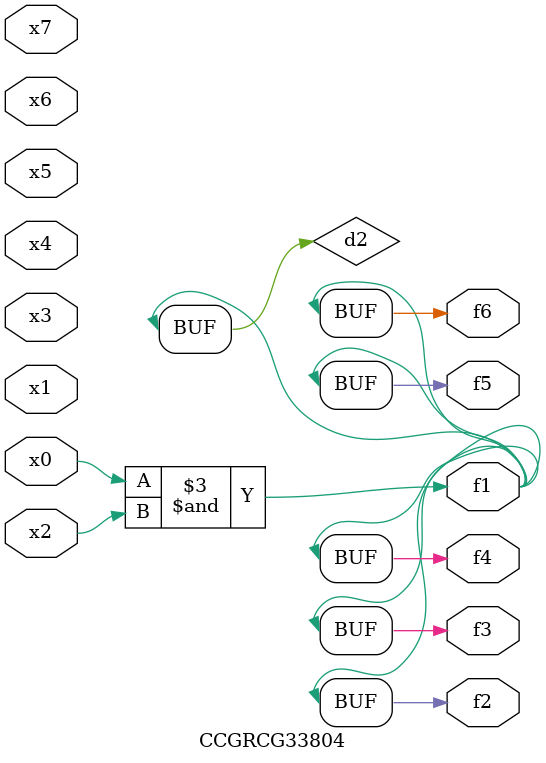
<source format=v>
module CCGRCG33804(
	input x0, x1, x2, x3, x4, x5, x6, x7,
	output f1, f2, f3, f4, f5, f6
);

	wire d1, d2;

	nor (d1, x3, x6);
	and (d2, x0, x2);
	assign f1 = d2;
	assign f2 = d2;
	assign f3 = d2;
	assign f4 = d2;
	assign f5 = d2;
	assign f6 = d2;
endmodule

</source>
